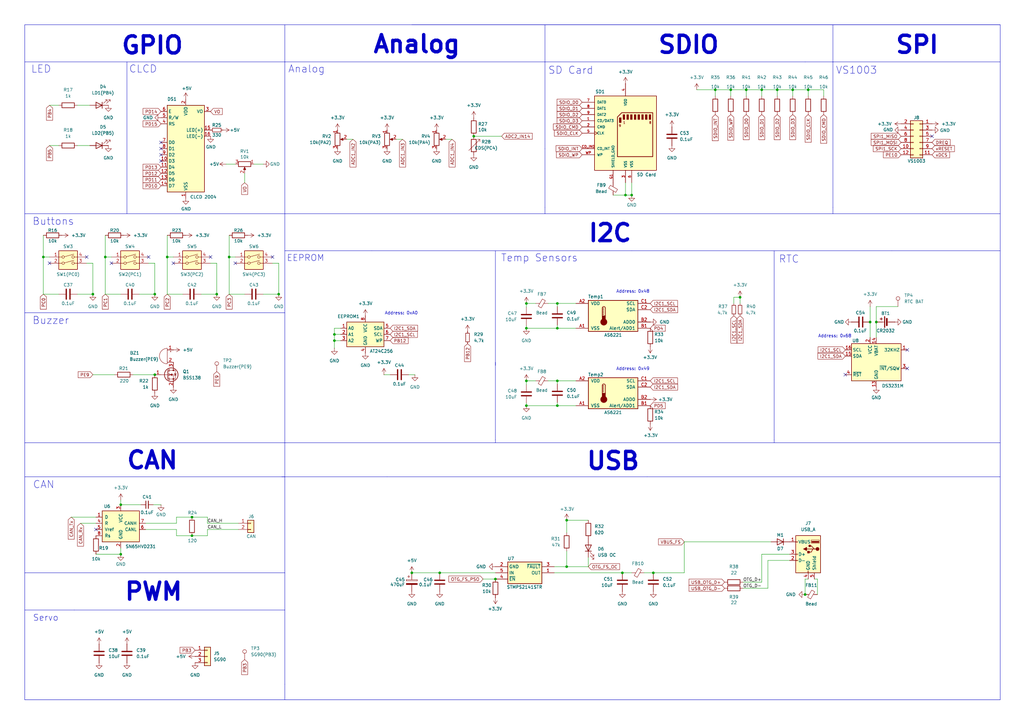
<source format=kicad_sch>
(kicad_sch (version 20250114) (generator "eeschema") (generator_version "9.0")
  (paper "A3")
  (title_block (title "Peripheral") (date "2025-05-19") (rev "1.0") (company "Robotics"))
  (text "Address: 0x48" (at 259.588 119.634 0) (effects (font (size 1.27 1.27))))
  (text "CLCD" (at 58.674 28.448 0) (effects (font (size 3 3))))
  (text "Analog" (at 125.73 28.448 0) (effects (font (size 3 3))))
  (text "Buttons" (at 21.844 90.932 0) (effects (font (size 3 3))))
  (text "Buzzer" (at 20.828 131.572 0) (effects (font (size 3 3))))
  (text "Servo" (at 13.462 255.016 0) (effects (font (size 2.54 2.54)) (justify left bottom)))
  (text "VS1003" (at 351.282 28.956 0) (effects (font (size 3 3))))
  (text "Address: 0x68" (at 342.392 137.922 0) (effects (font (size 1.27 1.27))))
  (text "RTC" (at 323.596 106.426 0) (effects (font (size 3 3))))
  (text "EEPROM" (at 117.602 107.442 0) (effects (font (size 2.54 2.54)) (justify left bottom)))
  (text "LED" (at 12.7 30.226 0) (effects (font (size 3 3)) (justify left bottom)))
  (text "Analog" (at 170.942 18.288 0) (effects (font (size 7 7) (thickness 1.4) (bold yes))))
  (text "CAN" (at 62.484 188.976 0) (effects (font (size 7 7) (thickness 1.4) (bold yes))))
  (text "Address: 0xA0" (at 164.592 128.524 0) (effects (font (size 1.27 1.27))))
  (text "SPI" (at 376.174 18.542 0) (effects (font (size 7 7) (thickness 1.4) (bold yes))))
  (text "I2C" (at 250.19 95.758 0) (effects (font (size 7 7) (thickness 1.4) (bold yes))))
  (text "Temp Sensors" (at 221.234 105.918 0) (effects (font (size 3 3))))
  (text "USB" (at 251.46 189.23 0) (effects (font (size 7 7) (thickness 1.4) (bold yes))))
  (text "SD Card" (at 224.79 30.734 0) (effects (font (size 3 3)) (justify left bottom)))
  (text "PWM" (at 62.992 242.824 0) (effects (font (size 7 7) (thickness 1.4) (bold yes))))
  (text "GPIO" (at 62.484 18.796 0) (effects (font (size 7 7) (thickness 1.4) (bold yes))))
  (text "SDIO" (at 282.448 18.542 0) (effects (font (size 7 7) (thickness 1.4) (bold yes))))
  (text "CAN" (at 13.462 200.66 0) (effects (font (size 3 3)) (justify left bottom)))
  (text "Address: 0x49" (at 259.588 151.384 0) (effects (font (size 1.27 1.27))))
  (junction (at 49.53 207.01))
  (junction (at 259.08 80.01))
  (junction (at 63.5 153.67))
  (junction (at 325.12 36.83))
  (junction (at 330.2 243.84))
  (junction (at 331.47 36.83))
  (junction (at 228.6 134.62))
  (junction (at 228.6 156.21))
  (junction (at 114.3 120.65))
  (junction (at 78.74 219.71))
  (junction (at 255.27 234.95))
  (junction (at 49.53 227.33))
  (junction (at 38.1 120.65))
  (junction (at 303.53 121.92))
  (junction (at 63.5 120.65))
  (junction (at 293.37 36.83))
  (junction (at 312.42 36.83))
  (junction (at 215.9 156.21))
  (junction (at 180.34 234.95))
  (junction (at 17.78 105.41))
  (junction (at 359.41 132.08))
  (junction (at 168.91 234.95))
  (junction (at 232.41 232.41))
  (junction (at 194.31 55.88))
  (junction (at 228.6 166.37))
  (junction (at 203.2 237.49))
  (junction (at 88.9 120.65))
  (junction (at 306.07 36.83))
  (junction (at 43.18 105.41))
  (junction (at 215.9 166.37))
  (junction (at 215.9 124.46))
  (junction (at 228.6 124.46))
  (junction (at 93.98 105.41))
  (junction (at 267.97 234.95))
  (junction (at 356.87 132.08))
  (junction (at 137.16 137.16))
  (junction (at 232.41 213.36))
  (junction (at 256.54 80.01))
  (junction (at 137.16 139.7))
  (junction (at 68.58 105.41))
  (junction (at 318.77 36.83))
  (junction (at 215.9 134.62))
  (junction (at 78.74 212.09))
  (junction (at 299.72 36.83))
  (no_connect (at 86.36 105.41))
  (no_connect (at 372.11 143.51))
  (no_connect (at 39.37 217.17))
  (no_connect (at 346.71 153.67))
  (no_connect (at 35.56 105.41))
  (no_connect (at 382.27 55.88))
  (no_connect (at 45.72 107.95))
  (no_connect (at 96.52 107.95))
  (no_connect (at 372.11 151.13))
  (no_connect (at 60.96 105.41))
  (no_connect (at 66.04 63.5))
  (no_connect (at 71.12 107.95))
  (no_connect (at 66.04 66.04))
  (no_connect (at 66.04 58.42))
  (no_connect (at 20.32 107.95))
  (no_connect (at 66.04 60.96))
  (no_connect (at 111.76 105.41))
  (wire (pts (xy 85.09 212.09) (xy 85.09 214.63)))
  (polyline (pts (xy 10.16 128.27) (xy 116.84 128.27)))
  (polyline (pts (xy 317.5 102.87) (xy 317.5 180.34)))
  (wire (pts (xy 17.78 105.41) (xy 20.32 105.41)))
  (wire (pts (xy 68.58 96.52) (xy 68.58 105.41)))
  (wire (pts (xy 54.61 153.67) (xy 63.5 153.67)))
  (wire (pts (xy 82.55 120.65) (xy 88.9 120.65)))
  (wire (pts (xy 85.09 217.17) (xy 97.79 217.17)))
  (polyline (pts (xy 341.63 85.09) (xy 341.63 87.63)))
  (wire (pts (xy 20.32 43.18) (xy 24.13 43.18)))
  (wire (pts (xy 162.56 57.15) (xy 165.1 57.15)))
  (wire (pts (xy 293.37 36.83) (xy 293.37 39.37)))
  (wire (pts (xy 31.75 43.18) (xy 36.83 43.18)))
  (wire (pts (xy 93.98 105.41) (xy 93.98 120.65)))
  (wire (pts (xy 63.5 120.65) (xy 63.5 107.95)))
  (wire (pts (xy 331.47 36.83) (xy 337.82 36.83)))
  (wire (pts (xy 312.42 227.33) (xy 323.85 227.33)))
  (wire (pts (xy 224.79 124.46) (xy 228.6 124.46)))
  (wire (pts (xy 43.18 105.41) (xy 45.72 105.41)))
  (wire (pts (xy 280.67 234.95) (xy 280.67 222.25)))
  (polyline (pts (xy 116.84 25.4) (xy 116.84 10.16)))
  (polyline (pts (xy 203.2 181.61) (xy 410.21 181.61)))
  (wire (pts (xy 299.72 36.83) (xy 299.72 39.37)))
  (wire (pts (xy 312.42 36.83) (xy 312.42 39.37)))
  (polyline (pts (xy 116.84 250.19) (xy 116.84 280.67)))
  (wire (pts (xy 306.07 36.83) (xy 312.42 36.83)))
  (wire (pts (xy 312.42 238.76) (xy 312.42 227.33)))
  (wire (pts (xy 314.96 229.87) (xy 323.85 229.87)))
  (polyline (pts (xy 10.16 10.16) (xy 10.16 287.02)))
  (wire (pts (xy 304.8 241.3) (xy 314.96 241.3)))
  (wire (pts (xy 215.9 165.354) (xy 215.9 166.37)))
  (polyline (pts (xy 341.63 87.63) (xy 410.21 87.63)))
  (wire (pts (xy 35.56 107.95) (xy 38.1 107.95)))
  (polyline (pts (xy 10.16 181.61) (xy 116.84 181.61)))
  (wire (pts (xy 232.41 232.41) (xy 227.33 232.41)))
  (polyline (pts (xy 10.16 250.19) (xy 30.48 250.19)))
  (wire (pts (xy 85.09 214.63) (xy 97.79 214.63)))
  (wire (pts (xy 111.76 107.95) (xy 114.3 107.95)))
  (polyline (pts (xy 10.16 25.4) (xy 116.84 25.4)))
  (polyline (pts (xy 116.84 234.95) (xy 116.84 181.61)))
  (wire (pts (xy 62.865 207.01) (xy 66.04 207.01)))
  (wire (pts (xy 215.9 156.21) (xy 219.71 156.21)))
  (polyline (pts (xy 317.5 180.34) (xy 317.5 181.61)))
  (wire (pts (xy 49.53 207.01) (xy 57.785 207.01)))
  (wire (pts (xy 228.6 156.21) (xy 228.6 157.48)))
  (wire (pts (xy 236.22 166.37) (xy 228.6 166.37)))
  (wire (pts (xy 280.67 222.25) (xy 316.23 222.25)))
  (polyline (pts (xy 10.16 195.58) (xy 116.84 195.58)))
  (wire (pts (xy 68.58 105.41) (xy 71.12 105.41)))
  (wire (pts (xy 78.74 219.71) (xy 85.09 219.71)))
  (wire (pts (xy 256.54 74.93) (xy 256.54 80.01)))
  (polyline (pts (xy 10.16 234.95) (xy 116.84 234.95)))
  (wire (pts (xy 17.78 105.41) (xy 17.78 120.65)))
  (wire (pts (xy 17.78 120.65) (xy 24.13 120.65)))
  (wire (pts (xy 331.47 36.83) (xy 331.47 39.37)))
  (wire (pts (xy 43.18 105.41) (xy 43.18 120.65)))
  (wire (pts (xy 31.75 59.69) (xy 36.83 59.69)))
  (wire (pts (xy 38.1 153.67) (xy 46.99 153.67)))
  (polyline (pts (xy 152.4 102.87) (xy 259.08 102.87)))
  (wire (pts (xy 72.39 214.63) (xy 72.39 212.09)))
  (wire (pts (xy 114.3 120.65) (xy 114.3 107.95)))
  (wire (pts (xy 31.75 120.65) (xy 38.1 120.65)))
  (wire (pts (xy 38.1 120.65) (xy 38.1 107.95)))
  (wire (pts (xy 232.41 218.44) (xy 232.41 213.36)))
  (wire (pts (xy 264.16 234.95) (xy 267.97 234.95)))
  (wire (pts (xy 33.02 214.63) (xy 39.37 214.63)))
  (wire (pts (xy 228.6 124.46) (xy 228.6 125.73)))
  (wire (pts (xy 256.54 80.01) (xy 259.08 80.01)))
  (polyline (pts (xy 116.84 102.87) (xy 152.4 102.87)))
  (wire (pts (xy 180.34 234.95) (xy 203.2 234.95)))
  (wire (pts (xy 215.9 157.734) (xy 215.9 156.21)))
  (wire (pts (xy 57.15 120.65) (xy 63.5 120.65)))
  (wire (pts (xy 137.16 137.16) (xy 137.16 139.7)))
  (wire (pts (xy 78.74 212.09) (xy 85.09 212.09)))
  (polyline (pts (xy 158.75 195.58) (xy 265.43 195.58)))
  (polyline (pts (xy 203.2 148.59) (xy 203.2 180.34)))
  (wire (pts (xy 236.22 134.62) (xy 228.6 134.62)))
  (wire (pts (xy 49.53 227.33) (xy 49.53 224.79)))
  (wire (pts (xy 137.16 139.7) (xy 139.7 139.7)))
  (polyline (pts (xy 115.57 195.58) (xy 158.75 195.58)))
  (polyline (pts (xy 116.84 87.63) (xy 223.52 87.63)))
  (wire (pts (xy 139.7 137.16) (xy 137.16 137.16)))
  (polyline (pts (xy 10.16 10.16) (xy 410.21 10.16)))
  (polyline (pts (xy 116.84 181.61) (xy 116.84 128.27)))
  (wire (pts (xy 335.28 237.49) (xy 335.28 243.84)))
  (polyline (pts (xy 116.84 25.4) (xy 223.52 25.4)))
  (wire (pts (xy 137.16 134.62) (xy 139.7 134.62)))
  (polyline (pts (xy 30.48 250.19) (xy 116.84 250.19)))
  (polyline (pts (xy 265.43 195.58) (xy 410.21 195.58)))
  (polyline (pts (xy 116.84 234.95) (xy 116.84 250.19)))
  (wire (pts (xy 232.41 226.06) (xy 232.41 232.41)))
  (wire (pts (xy 72.39 219.71) (xy 78.74 219.71)))
  (wire (pts (xy 142.24 57.15) (xy 144.78 57.15)))
  (wire (pts (xy 259.08 74.93) (xy 259.08 80.01)))
  (polyline (pts (xy 116.84 280.67) (xy 116.84 287.02)))
  (wire (pts (xy 43.18 120.65) (xy 49.53 120.65)))
  (polyline (pts (xy 223.52 60.96) (xy 223.52 85.09)))
  (polyline (pts (xy 168.91 10.16) (xy 410.21 10.16)))
  (wire (pts (xy 300.99 124.46) (xy 300.99 121.92)))
  (wire (pts (xy 68.58 120.65) (xy 74.93 120.65)))
  (wire (pts (xy 59.69 214.63) (xy 72.39 214.63)))
  (wire (pts (xy 318.77 36.83) (xy 325.12 36.83)))
  (wire (pts (xy 241.3 232.41) (xy 241.3 228.6)))
  (polyline (pts (xy 341.63 85.09) (xy 341.63 25.4)))
  (polyline (pts (xy 10.16 87.63) (xy 116.84 87.63)))
  (polyline (pts (xy 330.2 25.4) (xy 341.63 25.4)))
  (wire (pts (xy 85.09 217.17) (xy 85.09 219.71)))
  (wire (pts (xy 330.2 237.49) (xy 330.2 243.84)))
  (wire (pts (xy 232.41 232.41) (xy 241.3 232.41)))
  (polyline (pts (xy 341.63 10.16) (xy 341.63 25.4)))
  (wire (pts (xy 334.01 237.49) (xy 335.28 237.49)))
  (wire (pts (xy 228.6 166.37) (xy 228.6 165.1)))
  (wire (pts (xy 194.31 55.88) (xy 205.74 55.88)))
  (polyline (pts (xy 223.52 87.63) (xy 341.63 87.63)))
  (wire (pts (xy 215.9 125.984) (xy 215.9 124.46)))
  (polyline (pts (xy 410.21 287.02) (xy 10.16 287.02)))
  (wire (pts (xy 318.77 36.83) (xy 318.77 39.37)))
  (wire (pts (xy 293.37 36.83) (xy 299.72 36.83)))
  (wire (pts (xy 60.96 107.95) (xy 63.5 107.95)))
  (wire (pts (xy 359.41 132.08) (xy 359.41 138.43)))
  (wire (pts (xy 303.53 121.92) (xy 303.53 124.46)))
  (polyline (pts (xy 203.2 102.87) (xy 203.2 149.86)))
  (polyline (pts (xy 259.08 102.87) (xy 365.76 102.87)))
  (wire (pts (xy 49.53 205.105) (xy 49.53 207.01)))
  (wire (pts (xy 43.18 96.52) (xy 43.18 105.41)))
  (wire (pts (xy 72.39 212.09) (xy 78.74 212.09)))
  (wire (pts (xy 359.41 132.08) (xy 359.41 125.73)))
  (wire (pts (xy 17.78 96.52) (xy 17.78 105.41)))
  (wire (pts (xy 29.21 212.09) (xy 39.37 212.09)))
  (polyline (pts (xy 410.21 10.16) (xy 410.21 287.02)))
  (wire (pts (xy 331.47 237.49) (xy 330.2 237.49)))
  (wire (pts (xy 215.9 133.604) (xy 215.9 134.62)))
  (wire (pts (xy 314.96 241.3) (xy 314.96 229.87)))
  (wire (pts (xy 86.36 107.95) (xy 88.9 107.95)))
  (wire (pts (xy 325.12 36.83) (xy 325.12 39.37)))
  (wire (pts (xy 104.14 67.31) (xy 107.95 67.31)))
  (polyline (pts (xy 341.63 25.4) (xy 410.21 25.4)))
  (wire (pts (xy 137.16 139.7) (xy 137.16 142.875)))
  (wire (pts (xy 93.98 105.41) (xy 96.52 105.41)))
  (wire (pts (xy 236.22 124.46) (xy 228.6 124.46)))
  (wire (pts (xy 228.6 134.62) (xy 228.6 133.35)))
  (polyline (pts (xy 223.52 85.09) (xy 223.52 87.63)))
  (wire (pts (xy 168.91 234.95) (xy 180.34 234.95)))
  (wire (pts (xy 285.75 36.83) (xy 293.37 36.83)))
  (wire (pts (xy 356.87 132.08) (xy 356.87 138.43)))
  (wire (pts (xy 88.9 120.65) (xy 88.9 107.95)))
  (wire (pts (xy 259.08 234.95) (xy 255.27 234.95)))
  (wire (pts (xy 68.58 105.41) (xy 68.58 120.65)))
  (wire (pts (xy 215.9 134.62) (xy 228.6 134.62)))
  (wire (pts (xy 337.82 36.83) (xy 337.82 39.37)))
  (wire (pts (xy 224.79 156.21) (xy 228.6 156.21)))
  (polyline (pts (xy 365.76 102.87) (xy 410.21 102.87)))
  (wire (pts (xy 267.97 234.95) (xy 280.67 234.95)))
  (polyline (pts (xy 116.84 128.27) (xy 116.84 25.4)))
  (polyline (pts (xy 223.52 60.96) (xy 223.52 10.16)))
  (wire (pts (xy 312.42 36.83) (xy 318.77 36.83)))
  (wire (pts (xy 167.64 153.67) (xy 170.18 153.67)))
  (wire (pts (xy 100.33 74.93) (xy 100.33 71.12)))
  (wire (pts (xy 137.16 137.16) (xy 137.16 134.62)))
  (wire (pts (xy 304.8 238.76) (xy 312.42 238.76)))
  (wire (pts (xy 300.99 121.92) (xy 303.53 121.92)))
  (polyline (pts (xy 52.07 25.4) (xy 52.07 87.63)))
  (polyline (pts (xy 116.84 181.61) (xy 203.2 181.61)))
  (wire (pts (xy 299.72 36.83) (xy 306.07 36.83)))
  (wire (pts (xy 215.9 166.37) (xy 228.6 166.37)))
  (wire (pts (xy 20.32 59.69) (xy 24.13 59.69)))
  (wire (pts (xy 227.33 234.95) (xy 255.27 234.95)))
  (wire (pts (xy 107.95 120.65) (xy 114.3 120.65)))
  (wire (pts (xy 236.22 156.21) (xy 228.6 156.21)))
  (polyline (pts (xy 203.2 180.34) (xy 203.2 181.61)))
  (wire (pts (xy 325.12 36.83) (xy 331.47 36.83)))
  (wire (pts (xy 92.71 67.31) (xy 96.52 67.31)))
  (wire (pts (xy 215.9 124.46) (xy 219.71 124.46)))
  (wire (pts (xy 182.88 57.15) (xy 185.42 57.15)))
  (wire (pts (xy 198.12 237.49) (xy 203.2 237.49)))
  (wire (pts (xy 359.41 125.73) (xy 368.3 125.73)))
  (wire (pts (xy 306.07 36.83) (xy 306.07 39.37)))
  (wire (pts (xy 39.37 227.33) (xy 49.53 227.33)))
  (wire (pts (xy 356.87 125.73) (xy 356.87 132.08)))
  (wire (pts (xy 93.98 96.52) (xy 93.98 105.41)))
  (wire (pts (xy 251.46 80.01) (xy 256.54 80.01)))
  (wire (pts (xy 157.48 153.67) (xy 160.02 153.67)))
  (wire (pts (xy 93.98 120.65) (xy 100.33 120.65)))
  (wire (pts (xy 72.39 217.17) (xy 72.39 219.71)))
  (wire (pts (xy 232.41 213.36) (xy 241.3 213.36)))
  (wire (pts (xy 59.69 217.17) (xy 72.39 217.17)))
  (polyline (pts (xy 223.52 25.4) (xy 330.2 25.4)))
  (label "CAN_L" (at 85.09 217.17 0))
  (label "OTG_D-" (at 304.8 241.3 0))
  (label "CAN_H" (at 85.09 214.63 0))
  (label "OTG_D+" (at 304.8 238.76 0))
  (global_label "SDIO_CLK" (shape input) (at 331.47 46.99 270) (effects (font (thickness 0.1588))) (property "Intersheetrefs" "${INTERSHEET_REFS}" (effects (hide yes))))
  (global_label "CAN_Rx" (shape input) (at 33.02 214.63 270) (property "Intersheetrefs" "${INTERSHEET_REFS}" (effects (hide yes))))
  (global_label "ADC1_IN2" (shape input) (at 144.78 57.15 270) (property "Intersheetrefs" "${INTERSHEET_REFS}" (effects (hide yes))))
  (global_label "PC0" (shape input) (at 17.78 120.65 270) (effects (font (thickness 0.1588))) (property "Intersheetrefs" "${INTERSHEET_REFS}" (effects (hide yes))))
  (global_label "SDIO_D3" (shape input) (at 325.12 46.99 270) (effects (font (thickness 0.1588))) (property "Intersheetrefs" "${INTERSHEET_REFS}" (effects (hide yes))))
  (global_label "ADC2_IN14" (shape input) (at 205.74 55.88 0) (property "Intersheetrefs" "${INTERSHEET_REFS}" (effects (hide yes))))
  (global_label "SDIO_CMD" (shape input) (at 337.82 46.99 270) (effects (font (thickness 0.1588))) (property "Intersheetrefs" "${INTERSHEET_REFS}" (effects (hide yes))))
  (global_label "SDIO_INT" (shape input) (at 293.37 46.99 270) (effects (font (thickness 0.1588))) (property "Intersheetrefs" "${INTERSHEET_REFS}" (effects (hide yes))))
  (global_label "DREQ" (shape input) (at 382.27 58.42 0) (property "Intersheetrefs" "${INTERSHEET_REFS}" (effects (hide yes))))
  (global_label "PD14" (shape input) (at 66.04 45.72 180) (property "Intersheetrefs" "${INTERSHEET_REFS}" (effects (hide yes))))
  (global_label "USB_OTG_D-" (shape input) (at 297.18 241.3 180) (property "Intersheetrefs" "${INTERSHEET_REFS}" (effects (hide yes))))
  (global_label "I2C1_SDA" (shape input) (at 346.71 146.05 180) (property "Intersheetrefs" "${INTERSHEET_REFS}" (effects (hide yes))))
  (global_label "OTG_FS_OC" (shape input) (at 241.3 232.41 0) (property "Intersheetrefs" "${INTERSHEET_REFS}" (effects (hide yes))))
  (global_label "SDIO_D1" (shape input) (at 312.42 46.99 270) (effects (font (thickness 0.1588))) (property "Intersheetrefs" "${INTERSHEET_REFS}" (effects (hide yes))))
  (global_label "PB5" (shape input) (at 20.32 59.69 270) (property "Intersheetrefs" "${INTERSHEET_REFS}" (effects (hide yes))))
  (global_label "VO" (shape input) (at 86.36 45.72 0) (property "Intersheetrefs" "${INTERSHEET_REFS}" (effects (hide yes))))
  (global_label "OTG_FS_PSO" (shape input) (at 198.12 237.49 180) (property "Intersheetrefs" "${INTERSHEET_REFS}" (effects (hide yes))))
  (global_label "SDIO_CMD" (shape input) (at 238.76 52.07 180) (effects (font (thickness 0.1588))) (property "Intersheetrefs" "${INTERSHEET_REFS}" (effects (hide yes))))
  (global_label "xDCS" (shape input) (at 382.27 63.5 0) (property "Intersheetrefs" "${INTERSHEET_REFS}" (effects (hide yes))))
  (global_label "PD4" (shape input) (at 266.7 134.62 0) (property "Intersheetrefs" "${INTERSHEET_REFS}" (effects (hide yes))))
  (global_label "SPI1_SCK" (shape input) (at 369.57 60.96 180) (property "Intersheetrefs" "${INTERSHEET_REFS}" (effects (hide yes))))
  (global_label "I2C1_SCL" (shape input) (at 266.7 156.21 0) (property "Intersheetrefs" "${INTERSHEET_REFS}" (effects (hide yes))))
  (global_label "VO" (shape input) (at 100.33 74.93 270) (property "Intersheetrefs" "${INTERSHEET_REFS}" (effects (hide yes))))
  (global_label "PD11" (shape input) (at 66.04 73.66 180) (property "Intersheetrefs" "${INTERSHEET_REFS}" (effects (hide yes))))
  (global_label "PE9" (shape input) (at 88.9 152.4 270) (property "Intersheetrefs" "${INTERSHEET_REFS}" (effects (hide yes))))
  (global_label "I2C1_SDA" (shape input) (at 266.7 127 0) (property "Intersheetrefs" "${INTERSHEET_REFS}" (effects (hide yes))))
  (global_label "PD10" (shape input) (at 66.04 76.2 180) (property "Intersheetrefs" "${INTERSHEET_REFS}" (effects (hide yes))))
  (global_label "CAN_Tx" (shape input) (at 29.21 212.09 270) (property "Intersheetrefs" "${INTERSHEET_REFS}" (effects (hide yes))))
  (global_label "PD5" (shape input) (at 266.7 166.37 0) (property "Intersheetrefs" "${INTERSHEET_REFS}" (effects (hide yes))))
  (global_label "USB_OTG_D+" (shape input) (at 297.18 238.76 180) (property "Intersheetrefs" "${INTERSHEET_REFS}" (effects (hide yes))))
  (global_label "SDIO_D0" (shape input) (at 306.07 46.99 270) (effects (font (thickness 0.1588))) (property "Intersheetrefs" "${INTERSHEET_REFS}" (effects (hide yes))))
  (global_label "ADC1_IN3" (shape input) (at 165.1 57.15 270) (property "Intersheetrefs" "${INTERSHEET_REFS}" (effects (hide yes))))
  (global_label "PD15" (shape input) (at 66.04 50.8 180) (property "Intersheetrefs" "${INTERSHEET_REFS}" (effects (hide yes))))
  (global_label "PB12" (shape input) (at 160.02 139.7 0) (property "Intersheetrefs" "${INTERSHEET_REFS}" (effects (hide yes))))
  (global_label "SDIO_WP" (shape input) (at 238.76 63.5 180) (effects (font (thickness 0.1588))) (property "Intersheetrefs" "${INTERSHEET_REFS}" (effects (hide yes))))
  (global_label "PB12" (shape input) (at 191.77 140.97 270) (property "Intersheetrefs" "${INTERSHEET_REFS}" (effects (hide yes))))
  (global_label "SDIO_WP" (shape input) (at 299.72 46.99 270) (effects (font (thickness 0.1588))) (property "Intersheetrefs" "${INTERSHEET_REFS}" (effects (hide yes))))
  (global_label "SDIO_D2" (shape input) (at 238.76 46.99 180) (effects (font (thickness 0.1588))) (property "Intersheetrefs" "${INTERSHEET_REFS}" (effects (hide yes))))
  (global_label "PD13" (shape input) (at 66.04 68.58 180) (property "Intersheetrefs" "${INTERSHEET_REFS}" (effects (hide yes))))
  (global_label "I2C1_SCL" (shape input) (at 160.02 137.16 0) (property "Intersheetrefs" "${INTERSHEET_REFS}" (effects (hide yes))))
  (global_label "I2C1_SCL" (shape input) (at 346.71 143.51 180) (property "Intersheetrefs" "${INTERSHEET_REFS}" (effects (hide yes))))
  (global_label "PB4" (shape input) (at 20.32 43.18 270) (property "Intersheetrefs" "${INTERSHEET_REFS}" (effects (hide yes))))
  (global_label "I2C1_SDA" (shape input) (at 160.02 134.62 0) (property "Intersheetrefs" "${INTERSHEET_REFS}" (effects (hide yes))))
  (global_label "PE9" (shape input) (at 38.1 153.67 180) (property "Intersheetrefs" "${INTERSHEET_REFS}" (effects (hide yes))))
  (global_label "PC3" (shape input) (at 93.98 120.65 270) (effects (font (thickness 0.1588))) (property "Intersheetrefs" "${INTERSHEET_REFS}" (effects (hide yes))))
  (global_label "ADC1_IN4" (shape input) (at 185.42 57.15 270) (property "Intersheetrefs" "${INTERSHEET_REFS}" (effects (hide yes))))
  (global_label "PC1" (shape input) (at 43.18 120.65 270) (effects (font (thickness 0.1588))) (property "Intersheetrefs" "${INTERSHEET_REFS}" (effects (hide yes))))
  (global_label "SDIO_INT" (shape input) (at 238.76 60.96 180) (effects (font (thickness 0.1588))) (property "Intersheetrefs" "${INTERSHEET_REFS}" (effects (hide yes))))
  (global_label "xRESET" (shape input) (at 382.27 60.96 0) (property "Intersheetrefs" "${INTERSHEET_REFS}" (effects (hide yes))))
  (global_label "I2C1_SCL" (shape input) (at 300.99 129.54 270) (property "Intersheetrefs" "${INTERSHEET_REFS}" (effects (hide yes))))
  (global_label "SPI1_MOSI" (shape input) (at 369.57 58.42 180) (property "Intersheetrefs" "${INTERSHEET_REFS}" (effects (hide yes))))
  (global_label "I2C1_SDA" (shape input) (at 266.7 158.75 0) (property "Intersheetrefs" "${INTERSHEET_REFS}" (effects (hide yes))))
  (global_label "PB3" (shape input) (at 80.01 266.7 180) (property "Intersheetrefs" "${INTERSHEET_REFS}" (effects (hide yes))))
  (global_label "VBUS_FS" (shape input) (at 280.67 222.25 180) (property "Intersheetrefs" "${INTERSHEET_REFS}" (effects (hide yes))))
  (global_label "PB3" (shape input) (at 100.33 270.51 270) (property "Intersheetrefs" "${INTERSHEET_REFS}" (effects (hide yes))))
  (global_label "SDIO_CLK" (shape input) (at 238.76 54.61 180) (effects (font (thickness 0.1588))) (property "Intersheetrefs" "${INTERSHEET_REFS}" (effects (hide yes))))
  (global_label "SDIO_D2" (shape input) (at 318.77 46.99 270) (effects (font (thickness 0.1588))) (property "Intersheetrefs" "${INTERSHEET_REFS}" (effects (hide yes))))
  (global_label "PE10" (shape input) (at 369.57 63.5 180) (property "Intersheetrefs" "${INTERSHEET_REFS}" (effects (hide yes))))
  (global_label "PD12" (shape input) (at 66.04 71.12 180) (property "Intersheetrefs" "${INTERSHEET_REFS}" (effects (hide yes))))
  (global_label "SPI1_MISO" (shape input) (at 369.57 55.88 180) (property "Intersheetrefs" "${INTERSHEET_REFS}" (effects (hide yes))))
  (global_label "PC2" (shape input) (at 68.58 120.65 270) (effects (font (thickness 0.1588))) (property "Intersheetrefs" "${INTERSHEET_REFS}" (effects (hide yes))))
  (global_label "I2C1_SDA" (shape input) (at 303.53 129.54 270) (property "Intersheetrefs" "${INTERSHEET_REFS}" (effects (hide yes))))
  (global_label "I2C1_SCL" (shape input) (at 266.7 124.46 0) (property "Intersheetrefs" "${INTERSHEET_REFS}" (effects (hide yes))))
  (global_label "SDIO_D0" (shape input) (at 238.76 41.91 180) (effects (font (thickness 0.1588))) (property "Intersheetrefs" "${INTERSHEET_REFS}" (effects (hide yes))))
  (global_label "SDIO_D3" (shape input) (at 238.76 49.53 180) (effects (font (thickness 0.1588))) (property "Intersheetrefs" "${INTERSHEET_REFS}" (effects (hide yes))))
  (global_label "SDIO_D1" (shape input) (at 238.76 44.45 180) (effects (font (thickness 0.1588))) (property "Intersheetrefs" "${INTERSHEET_REFS}" (effects (hide yes))))
  (symbol (lib_id "Connector_Generic:Conn_02x06_Odd_Even") (at 377.19 55.88 0) (mirror y) (unit 1)
    (property "Reference" "J8" (at 375.92 48.26 0))
    (property "Value" "VS1003" (at 375.92 66.04 0))
    (property "Footprint" "Connector_PinSocket_2.54mm:PinSocket_2x06_P2.54mm_Vertical" (effects (hide yes)))
  )
  (symbol (lib_id "STM32F4개발보드-rescue:GND-nixie-cache") (at 382.27 53.34 90) (mirror x) (unit 1)
    (property "Reference" "#PWR0148" (effects (hide yes)))
    (property "Value" "GND" (at 385.5212 53.467 90) (effects (justify right)))
  )
  (symbol (lib_id "STM32F4개발보드-rescue:GND-nixie-cache") (at 369.57 53.34 270) (mirror x) (unit 1)
    (property "Reference" "#PWR0146" (effects (hide yes)))
    (property "Value" "GND" (at 366.3188 53.213 90) (effects (justify right)))
  )
  (symbol (lib_id "Device:R_Potentiometer") (at 158.75 57.15 0) (unit 1)
    (property "Reference" "RV3" (at 156.21 55.8799 0) (effects (justify right)))
    (property "Value" "10k(PA3)" (at 156.21 58.4199 0) (effects (justify right)))
    (property "Footprint" "PCB:RV09H20SQ-B10K" (effects (hide yes)))
    (property "Description" "Potentiometer" (effects (hide yes)))
  )
  (symbol (lib_id "Device:R") (at 203.2 241.3 0) (mirror x) (unit 1)
    (property "Reference" "R30" (at 199.644 240.03 0))
    (property "Value" "10k" (at 199.644 242.57 0))
    (property "Footprint" "Resistor_SMD:R_0805_2012Metric" (effects (hide yes)))
  )
  (symbol (lib_id "power:+3.3V") (at 215.9 156.21 0) (unit 1)
    (property "Reference" "#PWR0125" (effects (hide yes)))
    (property "Value" "+3.3V" (at 215.9 151.13 0))
  )
  (symbol (lib_id "Device:D") (at 320.04 222.25 0) (mirror y) (unit 1)
    (property "Reference" "D7" (at 320.04 225.044 0))
    (property "Value" "M1" (at 320.04 219.456 0))
    (property "Footprint" "Diode_SMD:D_SMA" (effects (hide yes)))
    (property "Description" "Diode" (effects (hide yes)))
    (property "Sim.Device" "D" (effects (hide yes)))
    (property "Sim.Pins" "1=K 2=A" (effects (hide yes)))
  )
  (symbol (lib_id "power:GND") (at 138.43 60.96 0) (unit 1)
    (property "Reference" "#PWR0106" (effects (hide yes)))
    (property "Value" "GND" (at 138.43 66.04 0))
    (property "Description" "Power symbol creates a global label with name \"GND\" , ground" (effects (hide yes)))
  )
  (symbol (lib_id "power:+3.3V") (at 191.77 135.89 0) (unit 1)
    (property "Reference" "#PWR0120" (effects (hide yes)))
    (property "Value" "+3.3V" (at 191.77 130.81 0))
  )
  (symbol (lib_id "GPS데이터-송신기-ver-1.1(개선-버전)-rescue:+5V-nixie-cache") (at 92.71 67.31 90) (unit 1)
    (property "Reference" "#PWR0102" (effects (hide yes)))
    (property "Value" "+5V" (at 89.916 67.31 90) (effects (justify left)))
  )
  (symbol (lib_id "Device:C") (at 40.64 267.97 0) (unit 1)
    (property "Reference" "C38" (at 44.45 266.6999 0) (effects (justify left)))
    (property "Value" "10uF" (at 44.45 269.2399 0) (effects (justify left)))
    (property "Footprint" "Capacitor_SMD:C_1206_3216Metric" (effects (hide yes)))
    (property "Description" "Unpolarized capacitor" (effects (hide yes)))
  )
  (symbol (lib_id "Device:FerriteBead_Small") (at 222.25 156.21 90) (unit 1)
    (property "Reference" "FB8" (at 222.25 152.4 90))
    (property "Value" "Bead" (at 222.25 160.02 90))
    (property "Footprint" "Inductor_SMD:L_0805_2012Metric" (effects (hide yes)))
  )
  (symbol (lib_id "power:GND") (at 267.97 242.57 0) (mirror y) (unit 1)
    (property "Reference" "#PWR0135" (effects (hide yes)))
    (property "Value" "GND" (at 267.97 247.65 0))
  )
  (symbol (lib_id "Timer_RTC:DS3231M") (at 359.41 148.59 0) (unit 1)
    (property "Reference" "U8" (at 349.504 139.7 0) (effects (justify left)))
    (property "Value" "DS3231M" (at 361.696 158.242 0) (effects (justify left)))
    (property "Footprint" "Package_SO:SOIC-16W_7.5x10.3mm_P1.27mm" (effects (hide yes)))
    (property "Datasheet" "http://datasheets.maximintegrated.com/en/ds/DS3231.pdf" (effects (hide yes)))
    (property "Description" "Extremely Accurate I2C-Integrated RTC/TCXO/Crystal SOIC-16" (effects (hide yes)))
  )
  (symbol (lib_id "Device:R") (at 241.3 217.17 0) (mirror y) (unit 1)
    (property "Reference" "R32" (at 243.84 215.8999 0) (effects (justify right)))
    (property "Value" "620" (at 243.84 218.4399 0) (effects (justify right)))
    (property "Footprint" "Resistor_SMD:R_0805_2012Metric" (effects (hide yes)))
    (property "Description" "Resistor" (effects (hide yes)))
  )
  (symbol (lib_id "Device:C") (at 275.59 55.88 0) (unit 1)
    (property "Reference" "C53" (at 278.765 54.6099 0) (effects (justify left)))
    (property "Value" "0.1uF" (at 278.765 57.1499 0) (effects (justify left)))
    (property "Footprint" "Capacitor_SMD:C_0805_2012Metric" (effects (hide yes)))
  )
  (symbol (lib_id "power:+3.3V") (at 266.7 163.83 270) (unit 1)
    (property "Reference" "#PWR0133" (effects (hide yes)))
    (property "Value" "+3.3V" (at 275.844 163.83 90) (effects (justify right)))
  )
  (symbol (lib_id "power:+3.3V") (at 101.6 96.52 270) (unit 1)
    (property "Reference" "#PWR0101" (effects (hide yes)))
    (property "Value" "+3.3V" (at 105.41 96.5199 90) (effects (justify left)))
    (property "Description" "Power symbol creates a global label with name \"+3.3V\"" (effects (hide yes)))
  )
  (symbol (lib_id "Device:R_POT") (at 100.33 67.31 270) (unit 1)
    (property "Reference" "RV1" (at 100.33 62.0522 90))
    (property "Value" "10k" (at 100.33 64.3636 90))
    (property "Footprint" "PCB:3362P-103LF" (effects (hide yes)))
  )
  (symbol (lib_id "power:+3.3V") (at 158.75 53.34 0) (unit 1)
    (property "Reference" "#PWR0110" (effects (hide yes)))
    (property "Value" "+3.3V" (at 158.75 48.26 0))
    (property "Description" "Power symbol creates a global label with name \"+3.3V\"" (effects (hide yes)))
  )
  (symbol (lib_id "Device:C") (at 163.83 153.67 90) (unit 1)
    (property "Reference" "C44" (at 163.83 149.86 90))
    (property "Value" "0.1uF" (at 163.83 157.48 90))
    (property "Footprint" "Capacitor_SMD:C_0805_2012Metric" (effects (hide yes)))
  )
  (symbol (lib_id "AS6221:AS6221") (at 251.46 129.54 0) (unit 1)
    (property "Reference" "Temp1" (at 244.348 121.666 0))
    (property "Value" "AS6221" (at 251.46 137.414 0))
    (property "Footprint" "Package_CSP:WLCSP-6_1.4x1.0mm_P0.4mm" (effects (hide yes)))
  )
  (symbol (lib_id "Device:R") (at 46.99 96.52 270) (unit 1)
    (property "Reference" "R20" (at 46.99 94.488 90))
    (property "Value" "10k" (at 46.99 98.806 90))
    (property "Footprint" "Resistor_SMD:R_0805_2012Metric" (effects (hide yes)))
    (property "Description" "Resistor" (effects (hide yes)))
  )
  (symbol (lib_id "power:GND") (at 71.12 158.75 0) (unit 1)
    (property "Reference" "#PWR091" (effects (hide yes)))
    (property "Value" "GND" (at 71.12 163.83 0))
    (property "Description" "Power symbol creates a global label with name \"GND\" , ground" (effects (hide yes)))
  )
  (symbol (lib_id "power:GND") (at 275.59 59.69 0) (mirror y) (unit 1)
    (property "Reference" "#PWR0137" (effects (hide yes)))
    (property "Value" "GND" (at 275.59 64.77 0))
    (property "Description" "Power symbol creates a global label with name \"GND\" , ground" (effects (hide yes)))
  )
  (symbol (lib_id "Device:C") (at 78.74 120.65 90) (unit 1)
    (property "Reference" "C42" (at 78.74 116.84 90))
    (property "Value" "0.1uF" (at 78.74 124.46 90))
    (property "Footprint" "Capacitor_SMD:C_0805_2012Metric" (effects (hide yes)))
  )
  (symbol (lib_id "Memory_EEPROM:CAT24C256") (at 149.86 137.16 0) (unit 1)
    (property "Reference" "EEPROM1" (at 138.43 129.794 0) (effects (justify left)))
    (property "Value" "AT24C256" (at 151.638 144.018 0) (effects (justify left)))
    (property "Footprint" "Package_SO:SOIC-8_3.9x4.9mm_P1.27mm" (effects (hide yes)))
    (property "Datasheet" "https://www.onsemi.cn/PowerSolutions/document/CAT24C256-D.PDF" (effects (hide yes)))
    (property "Description" "256 kb CMOS Serial EEPROM, DIP-8/SOIC-8/TSSOP-8/DFN-8" (effects (hide yes)))
  )
  (symbol (lib_id "power:GND") (at 259.08 80.01 0) (mirror y) (unit 1)
    (property "Reference" "#PWR0130" (effects (hide yes)))
    (property "Value" "GND" (at 259.08 84.074 0))
    (property "Description" "Power symbol creates a global label with name \"GND\" , ground" (effects (hide yes)))
  )
  (symbol (lib_id "Device:R") (at 300.99 238.76 90) (unit 1)
    (property "Reference" "R38" (at 300.99 232.41 90))
    (property "Value" "22" (at 300.99 234.95 90))
    (property "Footprint" "Resistor_SMD:R_0805_2012Metric" (effects (hide yes)))
    (property "Description" "Resistor" (effects (hide yes)))
  )
  (symbol (lib_id "MY_PMIC:STMPS2141STR") (at 208.28 232.41 0) (unit 1)
    (property "Reference" "U7" (at 209.55 229.108 0))
    (property "Value" "STMPS2141STR" (at 215.138 240.792 0))
    (property "Footprint" "Package_TO_SOT_SMD:SOT-23-5" (effects (hide yes)))
  )
  (symbol (lib_id "power:+3.3V") (at 203.2 245.11 0) (mirror x) (unit 1)
    (property "Reference" "#PWR0122" (effects (hide yes)))
    (property "Value" "+3.3V" (at 205.994 249.682 0) (effects (justify right)))
  )
  (symbol (lib_id "Device:R") (at 331.47 43.18 180) (unit 1)
    (property "Reference" "R45" (at 331.47 31.75 0))
    (property "Value" "10k" (at 331.47 35.56 0))
    (property "Footprint" "Resistor_SMD:R_0805_2012Metric" (effects (hide yes)))
    (property "Description" "Resistor" (effects (hide yes)))
  )
  (symbol (lib_id "GPS데이터-송신기-ver-1.1(개선-버전)-rescue:GND-nixie-cache") (at 66.04 48.26 270) (unit 1)
    (property "Reference" "#PWR088" (effects (hide yes)))
    (property "Value" "GND" (at 60.706 48.26 90))
  )
  (symbol (lib_id "Transistor_FET:BSS138") (at 68.58 153.67 0) (unit 1)
    (property "Reference" "Q1" (at 74.93 152.3999 0) (effects (justify left)))
    (property "Value" "BSS138" (at 74.93 154.9399 0) (effects (justify left)))
    (property "Footprint" "Package_TO_SOT_SMD:SOT-23" (effects (hide yes)))
    (property "Datasheet" "https://www.onsemi.com/pub/Collateral/BSS138-D.PDF" (effects (hide yes)))
    (property "Description" "50V Vds, 0.22A Id, N-Channel MOSFET, SOT-23" (effects (hide yes)))
  )
  (symbol (lib_id "Connector_Generic:Conn_01x02") (at 102.87 214.63 0) (unit 1)
    (property "Reference" "J6" (at 101.854 211.836 0) (effects (justify left)))
    (property "Value" "CAN" (at 101.092 219.964 0) (effects (justify left)))
    (property "Footprint" "Connector_PinHeader_2.54mm:PinHeader_1x02_P2.54mm_Vertical" (effects (hide yes)))
    (property "Description" "Generic connector, single row, 01x02, script generated (kicad-library-utils/schlib/autogen/connector/)" (effects (hide yes)))
  )
  (symbol (lib_id "Connector:TestPoint") (at 100.33 270.51 0) (unit 1)
    (property "Reference" "TP3" (at 102.87 265.9379 0) (effects (justify left)))
    (property "Value" "SG90(PB3)" (at 102.87 268.4779 0) (effects (justify left)))
    (property "Footprint" "TestPoint:TestPoint_Pad_D1.5mm" (effects (hide yes)))
    (property "Description" "test point" (effects (hide yes)))
  )
  (symbol (lib_id "GPS데이터-송신기-ver-1.1(개선-버전)-rescue:GND-nixie-cache") (at 86.36 55.88 0) (unit 1)
    (property "Reference" "#PWR097" (effects (hide yes)))
    (property "Value" "GND" (at 86.487 60.2742 0))
  )
  (symbol (lib_id "Device:LED") (at 40.64 43.18 180) (unit 1)
    (property "Reference" "D4" (at 42.2275 35.56 0))
    (property "Value" "LD1(PB4)" (at 42.2275 38.1 0))
    (property "Footprint" "LED_SMD:LED_0805_2012Metric" (effects (hide yes)))
    (property "Description" "Light emitting diode" (effects (hide yes)))
  )
  (symbol (lib_id "power:GND") (at 266.7 132.08 90) (unit 1)
    (property "Reference" "#PWR0131" (effects (hide yes)))
    (property "Value" "GND" (at 270.51 132.0799 90) (effects (justify right)))
  )
  (symbol (lib_id "power:+3.3V") (at 179.07 53.34 0) (unit 1)
    (property "Reference" "#PWR0115" (effects (hide yes)))
    (property "Value" "+3.3V" (at 179.07 48.26 0))
    (property "Description" "Power symbol creates a global label with name \"+3.3V\"" (effects (hide yes)))
  )
  (symbol (lib_id "Device:R") (at 312.42 43.18 180) (unit 1)
    (property "Reference" "R42" (at 312.42 31.75 0))
    (property "Value" "10k" (at 312.42 35.56 0))
    (property "Footprint" "Resistor_SMD:R_0805_2012Metric" (effects (hide yes)))
    (property "Description" "Resistor" (effects (hide yes)))
  )
  (symbol (lib_id "power:GND") (at 137.16 142.875 0) (unit 1)
    (property "Reference" "#PWR0104" (effects (hide yes)))
    (property "Value" "GND" (at 137.16 147.955 0))
    (property "Description" "Power symbol creates a global label with name \"GND\" , ground" (effects (hide yes)))
  )
  (symbol (lib_name "LED_1") (lib_id "Device:LED") (at 241.3 224.79 90) (unit 1)
    (property "Reference" "D6" (at 245.11 225.1074 90) (effects (justify right)))
    (property "Value" "USB OC" (at 245.11 227.6474 90) (effects (justify right)))
    (property "Footprint" "LED_SMD:LED_0805_2012Metric" (effects (hide yes)))
    (property "Description" "Light emitting diode" (effects (hide yes)))
    (property "Sim.Pins" "1=K 2=A" (effects (hide yes)))
  )
  (symbol (lib_id "Switch:SW_DIP_x02") (at 27.94 107.95 0) (unit 1)
    (property "Reference" "SW3" (at 27.94 101.092 0))
    (property "Value" "SW1(PC0)" (at 27.94 112.522 0))
    (property "Footprint" "PCB:SW_SMD_IT-1107" (effects (hide yes)))
  )
  (symbol (lib_id "Switch:SW_DIP_x02") (at 104.14 107.95 0) (unit 1)
    (property "Reference" "SW6" (at 104.14 101.092 0))
    (property "Value" "SW4(PC3)" (at 104.14 112.522 0))
    (property "Footprint" "PCB:SW_SMD_IT-1107" (effects (hide yes)))
  )
  (symbol (lib_id "Device:R") (at 39.37 223.52 0) (mirror x) (unit 1)
    (property "Reference" "R19" (at 44.45 224.79 0) (effects (justify right)))
    (property "Value" "10k" (at 41.275 229.235 0) (effects (justify right)))
    (property "Footprint" "Resistor_SMD:R_0805_2012Metric" (effects (hide yes)))
  )
  (symbol (lib_id "power:GND") (at 359.41 158.75 0) (unit 1)
    (property "Reference" "#PWR0143" (effects (hide yes)))
    (property "Value" "GND" (at 359.41 163.068 0))
  )
  (symbol (lib_id "GPS데이터-송신기-ver-1.1(개선-버전)-rescue:GND-nixie-cache") (at 107.95 67.31 90) (unit 1)
    (property "Reference" "#PWR0100" (effects (hide yes)))
    (property "Value" "GND" (at 112.776 67.31 90))
  )
  (symbol (lib_id "power:+3.3V") (at 275.59 52.07 0) (unit 1)
    (property "Reference" "#PWR0136" (effects (hide yes)))
    (property "Value" "+3.3V" (at 275.59 46.99 0))
    (property "Description" "Power symbol creates a global label with name \"+3.3V\"" (effects (hide yes)))
  )
  (symbol (lib_id "power:GND") (at 66.04 207.01 0) (mirror y) (unit 1)
    (property "Reference" "#PWR089" (effects (hide yes)))
    (property "Value" "GND" (at 66.04 211.074 0))
    (property "Description" "Power symbol creates a global label with name \"GND\" , ground" (effects (hide yes)))
  )
  (symbol (lib_id "Device:R_Small") (at 300.99 127 0) (mirror y) (unit 1)
    (property "Reference" "R37" (at 298.45 125.7299 0) (effects (justify left)))
    (property "Value" "4.7k" (at 298.45 128.2699 0) (effects (justify left)))
    (property "Footprint" "Resistor_SMD:R_0805_2012Metric" (effects (hide yes)))
  )
  (symbol (lib_id "Connector:TestPoint") (at 88.9 152.4 0) (unit 1)
    (property "Reference" "TP2" (at 91.44 147.8279 0) (effects (justify left)))
    (property "Value" "Buzzer(PE9)" (at 91.44 150.3679 0) (effects (justify left)))
    (property "Footprint" "TestPoint:TestPoint_Pad_D1.5mm" (effects (hide yes)))
    (property "Description" "test point" (effects (hide yes)))
  )
  (symbol (lib_id "power:+3.3V") (at 356.87 125.73 0) (unit 1)
    (property "Reference" "#PWR0142" (effects (hide yes)))
    (property "Value" "+3.3V" (at 356.87 120.65 0))
    (property "Description" "Power symbol creates a global label with name \"+3.3V\"" (effects (hide yes)))
  )
  (symbol (lib_id "Connector_Generic:Conn_01x03") (at 85.09 269.24 0) (unit 1)
    (property "Reference" "J5" (at 87.63 267.9699 0) (effects (justify left)))
    (property "Value" "SG90" (at 87.63 270.5099 0) (effects (justify left)))
    (property "Footprint" "Connector_PinHeader_2.54mm:PinHeader_1x03_P2.54mm_Vertical" (effects (hide yes)))
    (property "Description" "Generic connector, single row, 01x03, script generated (kicad-library-utils/schlib/autogen/connector/)" (effects (hide yes)))
  )
  (symbol (lib_id "Device:R") (at 299.72 43.18 180) (unit 1)
    (property "Reference" "R36" (at 299.72 31.75 0))
    (property "Value" "10k" (at 299.72 35.56 0))
    (property "Footprint" "Resistor_SMD:R_0805_2012Metric" (effects (hide yes)))
    (property "Description" "Resistor" (effects (hide yes)))
  )
  (symbol (lib_id "power:GND") (at 179.07 60.96 0) (unit 1)
    (property "Reference" "#PWR0116" (effects (hide yes)))
    (property "Value" "GND" (at 179.07 66.04 0))
    (property "Description" "Power symbol creates a global label with name \"GND\" , ground" (effects (hide yes)))
  )
  (symbol (lib_id "power:+3.3V") (at 285.75 36.83 0) (unit 1)
    (property "Reference" "#PWR0138" (effects (hide yes)))
    (property "Value" "+3.3V" (at 285.75 31.75 0))
    (property "Description" "Power symbol creates a global label with name \"+3.3V\"" (effects (hide yes)))
  )
  (symbol (lib_id "Device:R") (at 27.94 43.18 90) (unit 1)
    (property "Reference" "R17" (at 27.94 36.83 90))
    (property "Value" "1k" (at 27.94 39.37 90))
    (property "Footprint" "Resistor_SMD:R_0805_2012Metric" (effects (hide yes)))
    (property "Description" "Resistor" (effects (hide yes)))
  )
  (symbol (lib_id "Device:R_Potentiometer") (at 179.07 57.15 0) (unit 1)
    (property "Reference" "RV4" (at 176.53 55.8799 0) (effects (justify right)))
    (property "Value" "10k(PA4)" (at 176.53 58.4199 0) (effects (justify right)))
    (property "Footprint" "PCB:RV09H20SQ-B10K" (effects (hide yes)))
    (property "Description" "Potentiometer" (effects (hide yes)))
  )
  (symbol (lib_id "Device:R") (at 194.31 52.07 0) (unit 1)
    (property "Reference" "R27" (at 196.088 50.9016 0) (effects (justify left)))
    (property "Value" "10k" (at 196.088 53.213 0) (effects (justify left)))
    (property "Footprint" "Resistor_SMD:R_0805_2012Metric" (effects (hide yes)))
  )
  (symbol (lib_id "power:GND") (at 180.34 242.57 0) (unit 1)
    (property "Reference" "#PWR0117" (effects (hide yes)))
    (property "Value" "GND" (at 180.34 247.65 0))
  )
  (symbol (lib_id "power:GND") (at 63.5 161.29 0) (unit 1)
    (property "Reference" "#PWR087" (effects (hide yes)))
    (property "Value" "GND" (at 63.5 166.37 0))
    (property "Description" "Power symbol creates a global label with name \"GND\" , ground" (effects (hide yes)))
  )
  (symbol (lib_id "Device:C") (at 267.97 238.76 0) (unit 1)
    (property "Reference" "C52" (at 271.78 237.4899 0) (effects (justify left)))
    (property "Value" "0.1uF" (at 271.78 240.0299 0) (effects (justify left)))
    (property "Footprint" "Capacitor_SMD:C_0805_2012Metric" (effects (hide yes)))
  )
  (symbol (lib_id "power:+3.3V") (at 76.2 96.52 270) (unit 1)
    (property "Reference" "#PWR094" (effects (hide yes)))
    (property "Value" "+3.3V" (at 80.01 96.5199 90) (effects (justify left)))
    (property "Description" "Power symbol creates a global label with name \"+3.3V\"" (effects (hide yes)))
  )
  (symbol (lib_id "Device:C") (at 52.07 267.97 0) (unit 1)
    (property "Reference" "C39" (at 55.88 266.6999 0) (effects (justify left)))
    (property "Value" "0.1uF" (at 55.88 269.2399 0) (effects (justify left)))
    (property "Footprint" "Capacitor_SMD:C_0805_2012Metric" (effects (hide yes)))
    (property "Description" "Unpolarized capacitor" (effects (hide yes)))
  )
  (symbol (lib_id "Device:R_Small") (at 303.53 127 0) (unit 1)
    (property "Reference" "R40" (at 306.07 125.7299 0) (effects (justify left)))
    (property "Value" "4.7k" (at 305.816 128.27 0) (effects (justify left)))
    (property "Footprint" "Resistor_SMD:R_0805_2012Metric" (effects (hide yes)))
  )
  (symbol (lib_id "power:+3.3V") (at 157.48 153.67 0) (unit 1)
    (property "Reference" "#PWR0109" (effects (hide yes)))
    (property "Value" "+3.3V" (at 157.48 148.59 0))
  )
  (symbol (lib_id "Device:R") (at 21.59 96.52 270) (unit 1)
    (property "Reference" "R16" (at 21.59 94.488 90))
    (property "Value" "10k" (at 21.59 98.806 90))
    (property "Footprint" "Resistor_SMD:R_0805_2012Metric" (effects (hide yes)))
    (property "Description" "Resistor" (effects (hide yes)))
  )
  (symbol (lib_id "power:GND") (at 80.01 271.78 0) (unit 1)
    (property "Reference" "#PWR096" (effects (hide yes)))
    (property "Value" "GND" (at 80.01 276.86 0))
  )
  (symbol (lib_id "Device:C") (at 215.9 161.544 0) (mirror x) (unit 1)
    (property "Reference" "C48" (at 212.09 160.2739 0) (effects (justify right)))
    (property "Value" "10uF" (at 212.09 162.8139 0) (effects (justify right)))
    (property "Footprint" "Capacitor_SMD:C_1206_3216Metric" (effects (hide yes)))
  )
  (symbol (lib_id "Device:R") (at 325.12 43.18 180) (unit 1)
    (property "Reference" "R44" (at 325.12 31.75 0))
    (property "Value" "10k" (at 325.12 35.56 0))
    (property "Footprint" "Resistor_SMD:R_0805_2012Metric" (effects (hide yes)))
    (property "Description" "Resistor" (effects (hide yes)))
  )
  (symbol (lib_id "power:+3.3V") (at 232.41 213.36 0) (mirror y) (unit 1)
    (property "Reference" "#PWR0127" (effects (hide yes)))
    (property "Value" "+3.3V" (at 229.616 208.788 0) (effects (justify right)))
  )
  (symbol (lib_id "Device:Battery_Cell") (at 364.49 132.08 90) (unit 1)
    (property "Reference" "BT1" (at 363.22 128.524 90))
    (property "Value" "CR2032" (at 363.22 135.636 90))
    (property "Footprint" "PCB:BAT-HLD-001" (effects (hide yes)))
    (property "Description" "Single-cell battery" (effects (hide yes)))
  )
  (symbol (lib_id "power:+3.3V") (at 303.53 121.92 0) (unit 1)
    (property "Reference" "#PWR0139" (effects (hide yes)))
    (property "Value" "+3.3V" (at 303.53 116.84 0))
  )
  (symbol (lib_id "Interface_CAN_LIN:SN65HVD231") (at 49.53 214.63 0) (unit 1)
    (property "Reference" "U6" (at 42.545 207.645 0) (effects (justify left)))
    (property "Value" "SN65HVD231" (at 51.435 224.155 0) (effects (justify left)))
    (property "Footprint" "Package_SO:SOIC-8_3.9x4.9mm_P1.27mm" (effects (hide yes)))
    (property "Datasheet" "http://www.ti.com/lit/ds/symlink/sn65hvd230.pdf" (effects (hide yes)))
  )
  (symbol (lib_id "Device:FerriteBead_Small") (at 251.46 77.47 0) (unit 1)
    (property "Reference" "FB9" (at 246.634 75.946 0))
    (property "Value" "Bead" (at 246.634 78.486 0))
    (property "Footprint" "Inductor_SMD:L_0805_2012Metric" (effects (hide yes)))
  )
  (symbol (lib_id "power:+3.3V") (at 215.9 124.46 0) (unit 1)
    (property "Reference" "#PWR0123" (effects (hide yes)))
    (property "Value" "+3.3V" (at 215.9 119.38 0))
  )
  (symbol (lib_id "power:GND") (at 63.5 120.65 0) (unit 1)
    (property "Reference" "#PWR086" (effects (hide yes)))
    (property "Value" "GND" (at 63.5 125.73 0))
    (property "Description" "Power symbol creates a global label with name \"GND\" , ground" (effects (hide yes)))
  )
  (symbol (lib_id "power:+3.3V") (at 25.4 96.52 270) (unit 1)
    (property "Reference" "#PWR075" (effects (hide yes)))
    (property "Value" "+3.3V" (at 29.21 96.5199 90) (effects (justify left)))
    (property "Description" "Power symbol creates a global label with name \"+3.3V\"" (effects (hide yes)))
  )
  (symbol (lib_id "GPS데이터-송신기-ver-1.1(개선-버전)-rescue:+5V-nixie-cache") (at 76.2 40.64 0) (unit 1)
    (property "Reference" "#PWR092" (effects (hide yes)))
    (property "Value" "+5V" (at 76.581 36.2458 0))
  )
  (symbol (lib_id "Device:FerriteBead_Small") (at 222.25 124.46 90) (unit 1)
    (property "Reference" "FB7" (at 222.25 120.65 90))
    (property "Value" "Bead" (at 222.25 128.27 90))
    (property "Footprint" "Inductor_SMD:L_0805_2012Metric" (effects (hide yes)))
  )
  (symbol (lib_id "power:+5V") (at 80.01 269.24 90) (unit 1)
    (property "Reference" "#PWR095" (effects (hide yes)))
    (property "Value" "+5V" (at 76.2 269.2399 90) (effects (justify left)))
    (property "Description" "Power symbol creates a global label with name \"+5V\"" (effects (hide yes)))
  )
  (symbol (lib_id "power:+3.3V") (at 266.7 173.99 180) (unit 1)
    (property "Reference" "#PWR0134" (effects (hide yes)))
    (property "Value" "+3.3V" (at 263.906 178.562 0) (effects (justify right)))
  )
  (symbol (lib_id "power:GND") (at 114.3 120.65 0) (unit 1)
    (property "Reference" "#PWR0103" (effects (hide yes)))
    (property "Value" "GND" (at 114.3 125.73 0))
    (property "Description" "Power symbol creates a global label with name \"GND\" , ground" (effects (hide yes)))
  )
  (symbol (lib_id "Device:R") (at 78.74 215.9 0) (unit 1)
    (property "Reference" "R24" (at 76.962 210.312 0) (effects (justify left)))
    (property "Value" "120" (at 76.962 221.742 0) (effects (justify left)))
    (property "Footprint" "Resistor_SMD:R_0805_2012Metric" (effects (hide yes)))
    (property "Description" "Resistor" (effects (hide yes)))
  )
  (symbol (lib_id "Device:R") (at 97.79 96.52 270) (unit 1)
    (property "Reference" "R26" (at 97.79 94.488 90))
    (property "Value" "10k" (at 97.79 98.806 90))
    (property "Footprint" "Resistor_SMD:R_0805_2012Metric" (effects (hide yes)))
    (property "Description" "Resistor" (effects (hide yes)))
  )
  (symbol (lib_id "Device:C") (at 104.14 120.65 90) (unit 1)
    (property "Reference" "C43" (at 104.14 116.84 90))
    (property "Value" "0.1uF" (at 104.14 124.46 90))
    (property "Footprint" "Capacitor_SMD:C_0805_2012Metric" (effects (hide yes)))
  )
  (symbol (lib_id "Device:FerriteBead_Small") (at 332.74 243.84 90) (unit 1)
    (property "Reference" "FB11" (at 332.74 240.03 90))
    (property "Value" "Bead" (at 332.74 247.65 90))
    (property "Footprint" "Inductor_SMD:L_0805_2012Metric" (effects (hide yes)))
  )
  (symbol (lib_id "Device:C") (at 255.27 238.76 0) (mirror x) (unit 1)
    (property "Reference" "C51" (at 251.46 237.4899 0) (effects (justify right)))
    (property "Value" "10uF" (at 251.46 240.0299 0) (effects (justify right)))
    (property "Footprint" "Capacitor_SMD:C_1206_3216Metric" (effects (hide yes)))
  )
  (symbol (lib_id "power:GND") (at 44.45 59.69 0) (unit 1)
    (property "Reference" "#PWR080" (effects (hide yes)))
    (property "Value" "GND" (at 44.45 64.77 0))
    (property "Description" "Power symbol creates a global label with name \"GND\" , ground" (effects (hide yes)))
  )
  (symbol (lib_id "Device:C_Small") (at 60.325 207.01 90) (unit 1)
    (property "Reference" "C41" (at 60.325 203.835 90))
    (property "Value" "0.1uF" (at 60.325 210.185 90))
    (property "Footprint" "Capacitor_SMD:C_0805_2012Metric" (effects (hide yes)))
  )
  (symbol (lib_id "power:GND") (at 40.64 271.78 0) (unit 1)
    (property "Reference" "#PWR078" (effects (hide yes)))
    (property "Value" "GND" (at 40.64 276.86 0))
  )
  (symbol (lib_id "Device:R") (at 72.39 96.52 270) (unit 1)
    (property "Reference" "R23" (at 72.39 94.488 90))
    (property "Value" "10k" (at 72.39 98.806 90))
    (property "Footprint" "Resistor_SMD:R_0805_2012Metric" (effects (hide yes)))
    (property "Description" "Resistor" (effects (hide yes)))
  )
  (symbol (lib_name "AS6221_3") (lib_id "AS6221:AS6221") (at 251.46 161.29 0) (unit 1)
    (property "Reference" "Temp2" (at 244.348 153.67 0))
    (property "Value" "AS6221" (at 251.46 169.164 0))
    (property "Footprint" "Package_CSP:WLCSP-6_1.4x1.0mm_P0.4mm" (effects (hide yes)))
  )
  (symbol (lib_id "power:+3.3V") (at 149.86 129.54 0) (unit 1)
    (property "Reference" "#PWR0107" (effects (hide yes)))
    (property "Value" "+3.3V" (at 149.86 124.46 0))
  )
  (symbol (lib_id "Device:C") (at 180.34 238.76 0) (unit 1)
    (property "Reference" "C46" (at 177.546 237.744 0) (effects (justify right)))
    (property "Value" "0.1uF" (at 177.292 239.776 0) (effects (justify right)))
    (property "Footprint" "Capacitor_SMD:C_0805_2012Metric" (effects (hide yes)))
  )
  (symbol (lib_id "power:GND") (at 49.53 227.33 0) (mirror y) (unit 1)
    (property "Reference" "#PWR082" (effects (hide yes)))
    (property "Value" "GND" (at 49.53 231.394 0))
    (property "Description" "Power symbol creates a global label with name \"GND\" , ground" (effects (hide yes)))
  )
  (symbol (lib_id "Device:C") (at 27.94 120.65 90) (unit 1)
    (property "Reference" "C37" (at 27.94 116.84 90))
    (property "Value" "0.1uF" (at 27.94 124.46 90))
    (property "Footprint" "Capacitor_SMD:C_0805_2012Metric" (effects (hide yes)))
  )
  (symbol (lib_id "Device:R_Small") (at 191.77 138.43 0) (unit 1)
    (property "Reference" "R29" (at 194.31 137.1599 0) (effects (justify left)))
    (property "Value" "4.7k" (at 194.31 139.6999 0) (effects (justify left)))
    (property "Footprint" "Resistor_SMD:R_0805_2012Metric" (effects (hide yes)))
  )
  (symbol (lib_id "Device:R") (at 337.82 43.18 180) (unit 1)
    (property "Reference" "R46" (at 337.82 31.75 0))
    (property "Value" "10k" (at 337.82 35.56 0))
    (property "Footprint" "Resistor_SMD:R_0805_2012Metric" (effects (hide yes)))
    (property "Description" "Resistor" (effects (hide yes)))
  )
  (symbol (lib_id "power:GND") (at 349.25 132.08 270) (mirror x) (unit 1)
    (property "Reference" "#PWR0141" (effects (hide yes)))
    (property "Value" "GND" (at 344.17 132.08 90))
  )
  (symbol (lib_id "Device:R") (at 293.37 43.18 180) (unit 1)
    (property "Reference" "R35" (at 293.37 31.75 0))
    (property "Value" "10k" (at 293.37 35.56 0))
    (property "Footprint" "Resistor_SMD:R_0805_2012Metric" (effects (hide yes)))
    (property "Description" "Resistor" (effects (hide yes)))
  )
  (symbol (lib_id "Device:C_Polarized") (at 168.91 238.76 0) (unit 1)
    (property "Reference" "C45" (at 166.116 237.744 0) (effects (justify right)))
    (property "Value" "470uF" (at 166.116 239.776 0) (effects (justify right)))
    (property "Footprint" "PCB:MVG25WV470M" (effects (hide yes)))
    (property "Description" "Polarized capacitor" (effects (hide yes)))
  )
  (symbol (lib_id "power:GND") (at 194.31 63.5 0) (unit 1)
    (property "Reference" "#PWR0119" (effects (hide yes)))
    (property "Value" "GND" (at 194.31 68.58 0))
    (property "Description" "Power symbol creates a global label with name \"GND\" , ground" (effects (hide yes)))
  )
  (symbol (lib_id "Device:C") (at 53.34 120.65 90) (unit 1)
    (property "Reference" "C40" (at 53.34 116.84 90))
    (property "Value" "0.1uF" (at 53.34 124.46 90))
    (property "Footprint" "Capacitor_SMD:C_0805_2012Metric" (effects (hide yes)))
  )
  (symbol (lib_id "power:GND") (at 367.03 132.08 90) (unit 1)
    (property "Reference" "#PWR0144" (effects (hide yes)))
    (property "Value" "GND" (at 372.11 132.08 90))
  )
  (symbol (lib_id "MY_Socket:GSD090012SEU") (at 256.54 54.61 0) (unit 1)
    (property "Reference" "SD1" (at 246.126 37.592 0))
    (property "Value" "SD Card" (at 265.176 71.628 0))
    (property "Footprint" "PCB:AMPHENOL_GSD090012SEU" (effects (hide yes)))
    (property "MF" "Amphenol" (effects (hide yes)))
    (property "MAXIMUM_PACKAGE_HEIGHT" "2.95mm" (effects (hide yes)))
    (property "Package" "None" (effects (hide yes)))
    (property "Price" "None" (effects (hide yes)))
    (property "Check_prices" "https://www.snapeda.com/parts/GSD090012SEU/Amphenol/view-part/?ref=eda" (effects (hide yes)))
    (property "STANDARD" "Manufacturer Recommendations" (effects (hide yes)))
    (property "PARTREV" "E" (effects (hide yes)))
    (property "SnapEDA_Link" "https://www.snapeda.com/parts/GSD090012SEU/Amphenol/view-part/?ref=snap" (effects (hide yes)))
    (property "MP" "GSD090012SEU" (effects (hide yes)))
    (property "Description_1" "\n                        \n                            Micro SD and SD Card Sockets, Input Output Connectors, SD Socket,9 Position,SMT\n                        \n" (effects (hide yes)))
    (property "Availability" "In Stock" (effects (hide yes)))
    (property "MANUFACTURER" "Amphenol" (effects (hide yes)))
  )
  (symbol (lib_id "Display_Character:WC1602A") (at 76.2 60.96 0) (unit 1)
    (property "Reference" "DS1" (at 68.58 40.64 0) (effects (justify left)))
    (property "Value" "CLCD 2004" (at 77.978 80.772 0) (effects (justify left)))
    (property "Footprint" "PCB:LCD-20x4" (effects (hide yes)))
    (property "Datasheet" "http://www.wincomlcd.com/pdf/WC1602A-SFYLYHTC06.pdf" (effects (hide yes)))
    (property "Description" "LCD 16x2 Alphanumeric , 8 bit parallel bus, 5V VDD" (effects (hide yes)))
  )
  (symbol (lib_id "Device:R_Variable") (at 194.31 59.69 0) (unit 1)
    (property "Reference" "R28" (at 199.39 58.166 0))
    (property "Value" "CDS(PC4)" (at 199.39 60.706 0))
    (property "Footprint" "OptoDevice:R_LDR_5.0x4.1mm_P3mm_Vertical" (effects (hide yes)))
    (property "Description" "Variable resistor" (effects (hide yes)))
  )
  (symbol (lib_id "Device:R") (at 318.77 43.18 180) (unit 1)
    (property "Reference" "R43" (at 318.77 31.75 0))
    (property "Value" "10k" (at 318.77 35.56 0))
    (property "Footprint" "Resistor_SMD:R_0805_2012Metric" (effects (hide yes)))
    (property "Description" "Resistor" (effects (hide yes)))
  )
  (symbol (lib_id "power:+3.3V") (at 382.27 50.8 270) (unit 1)
    (property "Reference" "#PWR0147" (effects (hide yes)))
    (property "Value" "+3.3V" (at 386.08 50.7999 90) (effects (justify left)))
  )
  (symbol (lib_id "power:+5V") (at 71.12 143.51 270) (unit 1)
    (property "Reference" "#PWR090" (effects (hide yes)))
    (property "Value" "+5V" (at 74.93 143.5099 90) (effects (justify left)))
    (property "Description" "Power symbol creates a global label with name \"+5V\"" (effects (hide yes)))
  )
  (symbol (lib_id "Device:FerriteBead_Small") (at 261.62 234.95 90) (unit 1)
    (property "Reference" "FB10" (at 261.62 231.14 90))
    (property "Value" "Bead" (at 261.62 238.76 90))
    (property "Footprint" "Inductor_SMD:L_0805_2012Metric" (effects (hide yes)))
  )
  (symbol (lib_id "Connector:TestPoint") (at 368.3 125.73 0) (unit 1)
    (property "Reference" "TP4" (at 370.84 121.1579 0) (effects (justify left)))
    (property "Value" "RTC BAT" (at 370.84 123.6979 0) (effects (justify left)))
    (property "Footprint" "TestPoint:TestPoint_Pad_D1.5mm" (effects (hide yes)))
    (property "Description" "test point" (effects (hide yes)))
  )
  (symbol (lib_id "power:GND") (at 149.86 144.78 0) (unit 1)
    (property "Reference" "#PWR0108" (effects (hide yes)))
    (property "Value" "GND" (at 149.86 149.86 0))
    (property "Description" "Power symbol creates a global label with name \"GND\" , ground" (effects (hide yes)))
  )
  (symbol (lib_id "power:GND") (at 168.91 242.57 0) (unit 1)
    (property "Reference" "#PWR0113" (effects (hide yes)))
    (property "Value" "GND" (at 168.91 247.65 0))
  )
  (symbol (lib_id "power:GND") (at 52.07 271.78 0) (unit 1)
    (property "Reference" "#PWR085" (effects (hide yes)))
    (property "Value" "GND" (at 52.07 276.86 0))
  )
  (symbol (lib_id "Device:R") (at 232.41 222.25 0) (unit 1)
    (property "Reference" "R31" (at 229.87 220.9799 0) (effects (justify right)))
    (property "Value" "47k" (at 229.87 223.5199 0) (effects (justify right)))
    (property "Footprint" "Resistor_SMD:R_0805_2012Metric" (effects (hide yes)))
    (property "Description" "Resistor" (effects (hide yes)))
  )
  (symbol (lib_id "Device:R") (at 27.94 59.69 90) (unit 1)
    (property "Reference" "R18" (at 27.94 53.34 90))
    (property "Value" "1k" (at 27.94 55.88 90))
    (property "Footprint" "Resistor_SMD:R_0805_2012Metric" (effects (hide yes)))
    (property "Description" "Resistor" (effects (hide yes)))
  )
  (symbol (lib_id "Device:R") (at 266.7 138.43 180) (unit 1)
    (property "Reference" "R33" (at 270.256 137.16 0))
    (property "Value" "10k" (at 270.256 139.7 0))
    (property "Footprint" "Resistor_SMD:R_0805_2012Metric" (effects (hide yes)))
  )
  (symbol (lib_id "GPS데이터-송신기-ver-1.1(개선-버전)-rescue:GND-nixie-cache") (at 76.2 81.28 0) (unit 1)
    (property "Reference" "#PWR093" (effects (hide yes)))
    (property "Value" "GND" (at 76.327 85.6742 0))
  )
  (symbol (lib_id "power:+3.3V") (at 266.7 142.24 180) (unit 1)
    (property "Reference" "#PWR0132" (effects (hide yes)))
    (property "Value" "+3.3V" (at 263.652 146.558 0) (effects (justify right)))
  )
  (symbol (lib_id "power:GND") (at 44.45 43.18 0) (unit 1)
    (property "Reference" "#PWR079" (effects (hide yes)))
    (property "Value" "GND" (at 44.45 48.26 0))
    (property "Description" "Power symbol creates a global label with name \"GND\" , ground" (effects (hide yes)))
  )
  (symbol (lib_id "power:GND") (at 158.75 60.96 0) (unit 1)
    (property "Reference" "#PWR0111" (effects (hide yes)))
    (property "Value" "GND" (at 158.75 66.04 0))
    (property "Description" "Power symbol creates a global label with name \"GND\" , ground" (effects (hide yes)))
  )
  (symbol (lib_id "power:+5V") (at 168.91 234.95 0) (unit 1)
    (property "Reference" "#PWR0112" (effects (hide yes)))
    (property "Value" "+5V" (at 168.91 229.87 0))
    (property "Description" "Power symbol creates a global label with name \"+5V\"" (effects (hide yes)))
  )
  (symbol (lib_id "power:+3.3V") (at 194.31 48.26 0) (unit 1)
    (property "Reference" "#PWR0118" (effects (hide yes)))
    (property "Value" "+3.3V" (at 194.31 43.18 0))
    (property "Description" "Power symbol creates a global label with name \"+3.3V\"" (effects (hide yes)))
  )
  (symbol (lib_id "power:GND") (at 215.9 134.62 0) (unit 1)
    (property "Reference" "#PWR0124" (effects (hide yes)))
    (property "Value" "GND" (at 215.9 139.7 0))
  )
  (symbol (lib_id "Device:R") (at 266.7 170.18 180) (unit 1)
    (property "Reference" "R34" (at 270.256 168.91 0))
    (property "Value" "10k" (at 270.256 171.45 0))
    (property "Footprint" "Resistor_SMD:R_0805_2012Metric" (effects (hide yes)))
  )
  (symbol (lib_id "Device:C") (at 228.6 161.29 0) (unit 1)
    (property "Reference" "C50" (at 232.41 160.0199 0) (effects (justify left)))
    (property "Value" "0.1uF" (at 232.41 162.5599 0) (effects (justify left)))
    (property "Footprint" "Capacitor_SMD:C_0805_2012Metric" (effects (hide yes)))
  )
  (symbol (lib_id "power:+3.3V") (at 256.54 34.29 0) (unit 1)
    (property "Reference" "#PWR0129" (effects (hide yes)))
    (property "Value" "+3.3V" (at 256.54 29.464 0))
    (property "Description" "Power symbol creates a global label with name \"+3.3V\"" (effects (hide yes)))
  )
  (symbol (lib_id "Device:R_Potentiometer") (at 138.43 57.15 0) (unit 1)
    (property "Reference" "RV2" (at 135.89 55.8799 0) (effects (justify right)))
    (property "Value" "10k(PA2)" (at 135.89 58.4199 0) (effects (justify right)))
    (property "Footprint" "PCB:RV09H20SQ-B10K" (effects (hide yes)))
    (property "Description" "Potentiometer" (effects (hide yes)))
  )
  (symbol (lib_id "power:GND") (at 170.18 153.67 0) (unit 1)
    (property "Reference" "#PWR0114" (effects (hide yes)))
    (property "Value" "GND" (at 170.18 158.75 0))
    (property "Description" "Power symbol creates a global label with name \"GND\" , ground" (effects (hide yes)))
  )
  (symbol (lib_id "power:+5V") (at 40.64 264.16 0) (unit 1)
    (property "Reference" "#PWR077" (effects (hide yes)))
    (property "Value" "+5V" (at 40.64 259.08 0))
    (property "Description" "Power symbol creates a global label with name \"+5V\"" (effects (hide yes)))
  )
  (symbol (lib_id "power:GND") (at 38.1 120.65 0) (unit 1)
    (property "Reference" "#PWR076" (effects (hide yes)))
    (property "Value" "GND" (at 38.1 125.73 0))
    (property "Description" "Power symbol creates a global label with name \"GND\" , ground" (effects (hide yes)))
  )
  (symbol (lib_id "Device:C") (at 215.9 129.794 0) (mirror x) (unit 1)
    (property "Reference" "C47" (at 212.09 128.5239 0) (effects (justify right)))
    (property "Value" "10uF" (at 212.09 131.0639 0) (effects (justify right)))
    (property "Footprint" "Capacitor_SMD:C_1206_3216Metric" (effects (hide yes)))
  )
  (symbol (lib_id "GPS데이터-송신기-ver-1.1(개선-버전)-rescue:+5V-nixie-cache") (at 91.44 53.34 270) (unit 1)
    (property "Reference" "#PWR099" (effects (hide yes)))
    (property "Value" "+5V" (at 96.266 53.34 90))
  )
  (symbol (lib_id "Device:R") (at 306.07 43.18 180) (unit 1)
    (property "Reference" "R41" (at 306.07 31.75 0))
    (property "Value" "10k" (at 306.07 35.56 0))
    (property "Footprint" "Resistor_SMD:R_0805_2012Metric" (effects (hide yes)))
    (property "Description" "Resistor" (effects (hide yes)))
  )
  (symbol (lib_id "Device:R_Small") (at 88.9 53.34 90) (unit 1)
    (property "Reference" "R25" (at 88.9 51.308 90))
    (property "Value" "330" (at 88.9 55.372 90))
    (property "Footprint" "Resistor_SMD:R_0805_2012Metric" (effects (hide yes)))
    (property "Description" "Resistor, small symbol" (effects (hide yes)))
  )
  (symbol (lib_id "Device:R") (at 50.8 153.67 90) (unit 1)
    (property "Reference" "R21" (at 48.768 151.13 90) (effects (justify right)))
    (property "Value" "220" (at 49.022 156.21 90) (effects (justify right)))
    (property "Footprint" "Resistor_SMD:R_0805_2012Metric" (effects (hide yes)))
    (property "Description" "Resistor" (effects (hide yes)))
  )
  (symbol (lib_id "power:+3.3V") (at 50.8 96.52 270) (unit 1)
    (property "Reference" "#PWR083" (effects (hide yes)))
    (property "Value" "+3.3V" (at 54.61 96.5199 90) (effects (justify left)))
    (property "Description" "Power symbol creates a global label with name \"+3.3V\"" (effects (hide yes)))
  )
  (symbol (lib_id "power:GND") (at 88.9 120.65 0) (unit 1)
    (property "Reference" "#PWR098" (effects (hide yes)))
    (property "Value" "GND" (at 88.9 125.73 0))
    (property "Description" "Power symbol creates a global label with name \"GND\" , ground" (effects (hide yes)))
  )
  (symbol (lib_id "power:+5V") (at 52.07 264.16 0) (unit 1)
    (property "Reference" "#PWR084" (effects (hide yes)))
    (property "Value" "+5V" (at 52.07 259.08 0))
    (property "Description" "Power symbol creates a global label with name \"+5V\"" (effects (hide yes)))
  )
  (symbol (lib_id "power:GND") (at 330.2 243.84 270) (mirror x) (unit 1)
    (property "Reference" "#PWR0140" (effects (hide yes)))
    (property "Value" "GND" (at 326.39 243.8399 90) (effects (justify right)))
  )
  (symbol (lib_id "Device:C") (at 228.6 129.54 0) (unit 1)
    (property "Reference" "C49" (at 232.41 128.2699 0) (effects (justify left)))
    (property "Value" "0.1uF" (at 232.41 130.8099 0) (effects (justify left)))
    (property "Footprint" "Capacitor_SMD:C_0805_2012Metric" (effects (hide yes)))
  )
  (symbol (lib_id "Switch:SW_DIP_x02") (at 78.74 107.95 0) (unit 1)
    (property "Reference" "SW5" (at 78.74 101.092 0))
    (property "Value" "SW3(PC2)" (at 78.74 112.522 0))
    (property "Footprint" "PCB:SW_SMD_IT-1107" (effects (hide yes)))
  )
  (symbol (lib_id "power:GND") (at 203.2 232.41 270) (unit 1)
    (property "Reference" "#PWR0121" (effects (hide yes)))
    (property "Value" "GND" (at 199.39 232.4099 90) (effects (justify right)))
  )
  (symbol (lib_id "power:GND") (at 215.9 166.37 0) (unit 1)
    (property "Reference" "#PWR0126" (effects (hide yes)))
    (property "Value" "GND" (at 215.9 171.45 0))
  )
  (symbol (lib_id "Switch:SW_DIP_x02") (at 53.34 107.95 0) (unit 1)
    (property "Reference" "SW4" (at 53.34 101.092 0))
    (property "Value" "SW2(PC1)" (at 53.34 112.522 0))
    (property "Footprint" "PCB:SW_SMD_IT-1107" (effects (hide yes)))
  )
  (symbol (lib_id "power:+3.3V") (at 138.43 53.34 0) (unit 1)
    (property "Reference" "#PWR0105" (effects (hide yes)))
    (property "Value" "+3.3V" (at 138.43 48.26 0))
    (property "Description" "Power symbol creates a global label with name \"+3.3V\"" (effects (hide yes)))
  )
  (symbol (lib_id "Device:Buzzer") (at 68.58 146.05 0) (mirror y) (unit 1)
    (property "Reference" "BZ1" (at 57.15 144.78 0) (effects (justify left)))
    (property "Value" "Buzzer(PE9)" (at 65.024 147.32 0) (effects (justify left)))
    (property "Footprint" "Buzzer_Beeper:Buzzer_12x9.5RM7.6" (effects (hide yes)))
    (property "Description" "Buzzer, polarized" (effects (hide yes)))
  )
  (symbol (lib_id "Device:C") (at 353.06 132.08 90) (unit 1)
    (property "Reference" "C54" (at 354.838 128.27 90) (effects (justify left)))
    (property "Value" "0.1uF" (at 355.6 135.636 90) (effects (justify left)))
    (property "Footprint" "Capacitor_SMD:C_0805_2012Metric" (effects (hide yes)))
  )
  (symbol (lib_id "Device:R") (at 63.5 157.48 0) (unit 1)
    (property "Reference" "R22" (at 60.96 156.2099 0) (effects (justify right)))
    (property "Value" "1k" (at 60.96 158.7499 0) (effects (justify right)))
    (property "Footprint" "Resistor_SMD:R_0805_2012Metric" (effects (hide yes)))
    (property "Description" "Resistor" (effects (hide yes)))
  )
  (symbol (lib_id "Device:R") (at 300.99 241.3 270) (mirror x) (unit 1)
    (property "Reference" "R39" (at 300.99 244.856 90))
    (property "Value" "22" (at 300.99 247.142 90))
    (property "Footprint" "Resistor_SMD:R_0805_2012Metric" (effects (hide yes)))
    (property "Description" "Resistor" (effects (hide yes)))
  )
  (symbol (lib_id "Connector:USB_A") (at 331.47 227.33 0) (mirror y) (unit 1)
    (property "Reference" "J7" (at 331.47 214.63 0))
    (property "Value" "USB_A" (at 331.47 217.17 0))
    (property "Footprint" "Connector_USB:USB_A_Connfly_DS1095" (effects (hide yes)))
    (property "Description" "USB Type A connector" (effects (hide yes)))
  )
  (symbol (lib_id "power:+3.3V") (at 49.53 205.105 0) (unit 1)
    (property "Reference" "#PWR081" (effects (hide yes)))
    (property "Value" "+3.3V" (at 49.53 200.025 0))
  )
  (symbol (lib_id "power:+3.3V") (at 369.57 50.8 90) (unit 1)
    (property "Reference" "#PWR0145" (effects (hide yes)))
    (property "Value" "+3.3V" (at 365.76 50.7999 90) (effects (justify left)))
  )
  (symbol (lib_id "power:GND") (at 255.27 242.57 0) (mirror y) (unit 1)
    (property "Reference" "#PWR0128" (effects (hide yes)))
    (property "Value" "GND" (at 255.27 247.65 0))
  )
  (symbol (lib_id "Device:LED") (at 40.64 59.69 180) (unit 1)
    (property "Reference" "D5" (at 42.2275 52.07 0))
    (property "Value" "LD2(PB5)" (at 42.2275 54.61 0))
    (property "Footprint" "LED_SMD:LED_0805_2012Metric" (effects (hide yes)))
    (property "Description" "Light emitting diode" (effects (hide yes)))
  )
)
</source>
